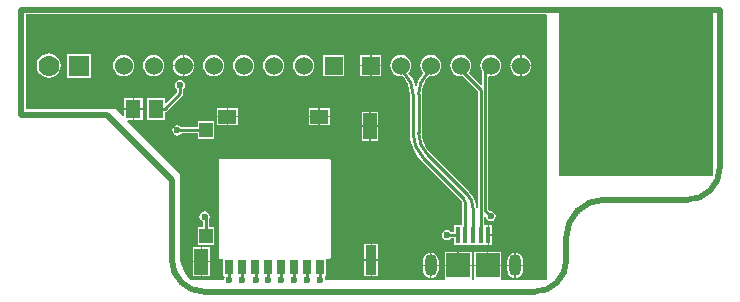
<source format=gtl>
G04*
G04 #@! TF.GenerationSoftware,Altium Limited,CircuitStudio,1.5.2 (30)*
G04*
G04 Layer_Physical_Order=1*
G04 Layer_Color=11767835*
%FSLAX44Y44*%
%MOMM*%
G71*
G01*
G75*
%ADD10C,0.2610*%
%ADD11R,0.4000X1.4000*%
%ADD12R,2.0000X2.0000*%
%ADD13R,1.5000X1.1500*%
%ADD14R,1.1500X2.2000*%
%ADD15R,1.1600X1.2000*%
%ADD16R,1.1600X1.2500*%
%ADD17R,0.9500X2.5000*%
%ADD18R,0.8000X1.2400*%
%ADD19R,1.3000X1.6000*%
%ADD20C,0.2540*%
%ADD21C,0.5000*%
%ADD22C,1.5240*%
%ADD23R,1.5240X1.5240*%
%ADD24R,13.0000X14.0000*%
%ADD25O,1.0500X1.8500*%
%ADD26R,1.7780X1.7780*%
%ADD27C,1.7780*%
%ADD28C,0.6000*%
G36*
X615240Y505397D02*
X615240Y281295D01*
X576189Y281287D01*
X576040Y282557D01*
Y293145D01*
X553440D01*
Y282552D01*
X553440Y282495D01*
X553303Y281282D01*
X551176Y281281D01*
X551040Y282551D01*
Y293145D01*
X528440D01*
Y282547D01*
X528440Y282495D01*
X528315Y281276D01*
X427296Y281255D01*
X427264Y281295D01*
X426932Y282961D01*
X426699Y283310D01*
X427378Y284580D01*
X427970D01*
Y299225D01*
X430293D01*
X431265Y299628D01*
X431667Y300600D01*
Y382418D01*
X431265Y383390D01*
X430293Y383793D01*
X338200D01*
X337228Y383390D01*
X336825Y382418D01*
Y300600D01*
X337228Y299628D01*
X338200Y299225D01*
X340430D01*
Y284580D01*
X341232D01*
X341911Y283310D01*
X341678Y282961D01*
X341346Y281295D01*
X341299Y281237D01*
X312711Y281231D01*
X309732Y284719D01*
X307336Y288629D01*
X305581Y292867D01*
X304510Y297327D01*
X304157Y301810D01*
X304240Y301899D01*
X304240D01*
X304240Y301899D01*
X304240Y371295D01*
X259713Y415822D01*
X260199Y416995D01*
X264090D01*
Y425645D01*
X256940D01*
Y420254D01*
X255767Y419768D01*
X249240Y426295D01*
X174240D01*
Y506295D01*
X614342D01*
X615240Y505397D01*
D02*
G37*
%LPC*%
G36*
X472200Y312150D02*
X466800D01*
Y299000D01*
X472200D01*
Y312150D01*
D02*
G37*
G36*
X325000Y339354D02*
X323334Y339022D01*
X321922Y338078D01*
X320978Y336666D01*
X320646Y335000D01*
X320978Y333334D01*
X321922Y331922D01*
X323334Y330978D01*
X323710Y330903D01*
Y325870D01*
X319230D01*
Y310830D01*
X333370D01*
Y325870D01*
X328890D01*
Y333136D01*
X329022Y333334D01*
X329354Y335000D01*
X329022Y336666D01*
X328078Y338078D01*
X326666Y339022D01*
X325000Y339354D01*
D02*
G37*
G36*
X568540Y318645D02*
X565890D01*
Y310995D01*
X568540D01*
Y318645D01*
D02*
G37*
G36*
X465500Y312150D02*
X460100D01*
Y299000D01*
X465500D01*
Y312150D01*
D02*
G37*
G36*
X588640Y304316D02*
Y294445D01*
X594596D01*
Y297795D01*
X594371Y299505D01*
X593711Y301098D01*
X592662Y302466D01*
X591293Y303516D01*
X589700Y304176D01*
X588640Y304316D01*
D02*
G37*
G36*
X321600Y309150D02*
X315200D01*
Y297500D01*
X321600D01*
Y309150D01*
D02*
G37*
G36*
X329300D02*
X322900D01*
Y297500D01*
X329300D01*
Y309150D01*
D02*
G37*
G36*
X565890Y327595D02*
Y319945D01*
X568540D01*
Y327595D01*
X565890D01*
D02*
G37*
G36*
X472200Y423950D02*
X465800D01*
Y412300D01*
X472200D01*
Y423950D01*
D02*
G37*
G36*
X343650Y418950D02*
X335500D01*
Y412550D01*
X343650D01*
Y418950D01*
D02*
G37*
G36*
X353100D02*
X344950D01*
Y412550D01*
X353100D01*
Y418950D01*
D02*
G37*
G36*
X464500Y423950D02*
X458100D01*
Y412300D01*
X464500D01*
Y423950D01*
D02*
G37*
G36*
Y411000D02*
X458100D01*
Y399350D01*
X464500D01*
Y411000D01*
D02*
G37*
G36*
X472200D02*
X465800D01*
Y399350D01*
X472200D01*
Y411000D01*
D02*
G37*
G36*
X333370Y415620D02*
X319230D01*
Y410940D01*
X305171D01*
X305079Y411078D01*
X303666Y412022D01*
X302000Y412354D01*
X300334Y412022D01*
X298922Y411078D01*
X297978Y409666D01*
X297646Y408000D01*
X297978Y406334D01*
X298922Y404921D01*
X300334Y403978D01*
X302000Y403646D01*
X303666Y403978D01*
X305079Y404921D01*
X305639Y405760D01*
X319230D01*
Y401080D01*
X333370D01*
Y415620D01*
D02*
G37*
G36*
X321600Y296200D02*
X315200D01*
Y284550D01*
X321600D01*
Y296200D01*
D02*
G37*
G36*
X329300D02*
X322900D01*
Y284550D01*
X329300D01*
Y296200D01*
D02*
G37*
G36*
X465500Y297700D02*
X460100D01*
Y284550D01*
X465500D01*
Y297700D01*
D02*
G37*
G36*
X594596Y293145D02*
X588640D01*
Y283274D01*
X589700Y283414D01*
X591293Y284074D01*
X592662Y285123D01*
X593711Y286492D01*
X594371Y288085D01*
X594596Y289795D01*
Y293145D01*
D02*
G37*
G36*
X515840D02*
X509883D01*
Y289795D01*
X510109Y288085D01*
X510769Y286492D01*
X511819Y285123D01*
X513187Y284074D01*
X514780Y283414D01*
X515840Y283274D01*
Y293145D01*
D02*
G37*
G36*
X523097D02*
X517140D01*
Y283274D01*
X518200Y283414D01*
X519793Y284074D01*
X521161Y285123D01*
X522211Y286492D01*
X522871Y288085D01*
X523097Y289795D01*
Y293145D01*
D02*
G37*
G36*
X587340D02*
X581384D01*
Y289795D01*
X581609Y288085D01*
X582269Y286492D01*
X583318Y285123D01*
X584687Y284074D01*
X586280Y283414D01*
X587340Y283274D01*
Y293145D01*
D02*
G37*
G36*
X472200Y297700D02*
X466800D01*
Y284550D01*
X472200D01*
Y297700D01*
D02*
G37*
G36*
X564090Y305095D02*
X553440D01*
Y294445D01*
X564090D01*
Y305095D01*
D02*
G37*
G36*
X576040D02*
X565390D01*
Y294445D01*
X576040D01*
Y305095D01*
D02*
G37*
G36*
X587340Y304316D02*
X586280Y304176D01*
X584687Y303516D01*
X583318Y302466D01*
X582269Y301098D01*
X581609Y299505D01*
X581384Y297795D01*
Y294445D01*
X587340D01*
Y304316D01*
D02*
G37*
G36*
X551040Y305095D02*
X540390D01*
Y294445D01*
X551040D01*
Y305095D01*
D02*
G37*
G36*
X515840Y304316D02*
X514780Y304176D01*
X513187Y303516D01*
X511819Y302466D01*
X510769Y301098D01*
X510109Y299505D01*
X509883Y297795D01*
Y294445D01*
X515840D01*
Y304316D01*
D02*
G37*
G36*
X517140D02*
Y294445D01*
X523097D01*
Y297795D01*
X522871Y299505D01*
X522211Y301098D01*
X521161Y302466D01*
X519793Y303516D01*
X518200Y304176D01*
X517140Y304316D01*
D02*
G37*
G36*
X539090Y305095D02*
X528440D01*
Y294445D01*
X539090D01*
Y305095D01*
D02*
G37*
G36*
X421450Y418950D02*
X413300D01*
Y412550D01*
X421450D01*
Y418950D01*
D02*
G37*
G36*
X306690Y462275D02*
X298429D01*
X298650Y460596D01*
X299548Y458427D01*
X300978Y456563D01*
X302841Y455133D01*
X305011Y454235D01*
X306690Y454014D01*
Y462275D01*
D02*
G37*
G36*
X592090Y462275D02*
X583829D01*
X584050Y460596D01*
X584948Y458427D01*
X586378Y456563D01*
X588242Y455133D01*
X590411Y454235D01*
X592090Y454014D01*
Y462275D01*
D02*
G37*
G36*
X601651D02*
X593390D01*
Y454014D01*
X595069Y454235D01*
X597239Y455133D01*
X599102Y456563D01*
X600532Y458427D01*
X601430Y460596D01*
X601651Y462275D01*
D02*
G37*
G36*
X474660D02*
X466390D01*
Y454005D01*
X474660D01*
Y462275D01*
D02*
G37*
G36*
X383540Y471892D02*
X381219Y471586D01*
X379057Y470690D01*
X377200Y469266D01*
X375775Y467408D01*
X374879Y465246D01*
X374573Y462925D01*
X374879Y460604D01*
X375775Y458442D01*
X377200Y456585D01*
X379057Y455160D01*
X381219Y454264D01*
X383540Y453958D01*
X385861Y454264D01*
X388023Y455160D01*
X389880Y456585D01*
X391305Y458442D01*
X392201Y460604D01*
X392507Y462925D01*
X392201Y465246D01*
X391305Y467408D01*
X389880Y469266D01*
X388023Y470690D01*
X385861Y471586D01*
X383540Y471892D01*
D02*
G37*
G36*
X408940D02*
X406619Y471586D01*
X404457Y470690D01*
X402600Y469266D01*
X401175Y467408D01*
X400279Y465246D01*
X399973Y462925D01*
X400279Y460604D01*
X401175Y458442D01*
X402600Y456585D01*
X404457Y455160D01*
X406619Y454264D01*
X408940Y453958D01*
X411261Y454264D01*
X413423Y455160D01*
X415280Y456585D01*
X416705Y458442D01*
X417601Y460604D01*
X417907Y462925D01*
X417601Y465246D01*
X416705Y467408D01*
X415280Y469266D01*
X413423Y470690D01*
X411261Y471586D01*
X408940Y471892D01*
D02*
G37*
G36*
X465090Y462275D02*
X456820D01*
Y454005D01*
X465090D01*
Y462275D01*
D02*
G37*
G36*
X316251Y462275D02*
X307990D01*
Y454014D01*
X309669Y454235D01*
X311838Y455133D01*
X313702Y456563D01*
X315132Y458427D01*
X316030Y460596D01*
X316251Y462275D01*
D02*
G37*
G36*
X593390Y471836D02*
Y463575D01*
X601651D01*
X601430Y465254D01*
X600532Y467424D01*
X599102Y469287D01*
X597239Y470717D01*
X595069Y471615D01*
X593390Y471836D01*
D02*
G37*
G36*
X306690D02*
X305011Y471615D01*
X302841Y470717D01*
X300978Y469287D01*
X299548Y467424D01*
X298650Y465254D01*
X298429Y463575D01*
X306690D01*
Y471836D01*
D02*
G37*
G36*
X307990D02*
Y463575D01*
X316251D01*
X316030Y465254D01*
X315132Y467424D01*
X313702Y469287D01*
X311838Y470717D01*
X309669Y471615D01*
X307990Y471836D01*
D02*
G37*
G36*
X592090D02*
X590411Y471615D01*
X588242Y470717D01*
X586378Y469287D01*
X584948Y467424D01*
X584050Y465254D01*
X583829Y463575D01*
X592090D01*
Y471836D01*
D02*
G37*
G36*
X443230Y471815D02*
X425450D01*
Y454035D01*
X443230D01*
Y471815D01*
D02*
G37*
G36*
X465090Y471845D02*
X456820D01*
Y463575D01*
X465090D01*
Y471845D01*
D02*
G37*
G36*
X474660D02*
X466390D01*
Y463575D01*
X474660D01*
Y471845D01*
D02*
G37*
G36*
X358140Y471892D02*
X355819Y471586D01*
X353657Y470690D01*
X351800Y469266D01*
X350375Y467408D01*
X349479Y465246D01*
X349173Y462925D01*
X349479Y460604D01*
X350375Y458442D01*
X351800Y456585D01*
X353657Y455160D01*
X355819Y454264D01*
X358140Y453958D01*
X360461Y454264D01*
X362623Y455160D01*
X364480Y456585D01*
X365905Y458442D01*
X366801Y460604D01*
X367107Y462925D01*
X366801Y465246D01*
X365905Y467408D01*
X364480Y469266D01*
X362623Y470690D01*
X360461Y471586D01*
X358140Y471892D01*
D02*
G37*
G36*
X353100Y426650D02*
X344950D01*
Y420250D01*
X353100D01*
Y426650D01*
D02*
G37*
G36*
X430900D02*
X422750D01*
Y420250D01*
X430900D01*
Y426650D01*
D02*
G37*
G36*
X264090Y435595D02*
X256940D01*
Y426945D01*
X264090D01*
Y435595D01*
D02*
G37*
G36*
X421450Y426650D02*
X413300D01*
Y420250D01*
X421450D01*
Y426650D01*
D02*
G37*
G36*
X430900Y418950D02*
X422750D01*
Y412550D01*
X430900D01*
Y418950D01*
D02*
G37*
G36*
X272540Y425645D02*
X265390D01*
Y416995D01*
X272540D01*
Y425645D01*
D02*
G37*
G36*
X343650Y426650D02*
X335500D01*
Y420250D01*
X343650D01*
Y426650D01*
D02*
G37*
G36*
X272540Y435595D02*
X265390D01*
Y426945D01*
X272540D01*
Y435595D01*
D02*
G37*
G36*
X256540Y471892D02*
X254219Y471586D01*
X252057Y470690D01*
X250200Y469266D01*
X248775Y467408D01*
X247879Y465246D01*
X247573Y462925D01*
X247879Y460604D01*
X248775Y458442D01*
X250200Y456585D01*
X252057Y455160D01*
X254219Y454264D01*
X256540Y453958D01*
X258861Y454264D01*
X261023Y455160D01*
X262880Y456585D01*
X264305Y458442D01*
X265201Y460604D01*
X265507Y462925D01*
X265201Y465246D01*
X264305Y467408D01*
X262880Y469266D01*
X261023Y470690D01*
X258861Y471586D01*
X256540Y471892D01*
D02*
G37*
G36*
X281940D02*
X279619Y471586D01*
X277457Y470690D01*
X275600Y469266D01*
X274175Y467408D01*
X273279Y465246D01*
X272973Y462925D01*
X273279Y460604D01*
X274175Y458442D01*
X275600Y456585D01*
X277457Y455160D01*
X279619Y454264D01*
X281940Y453958D01*
X284261Y454264D01*
X286423Y455160D01*
X288280Y456585D01*
X289705Y458442D01*
X290601Y460604D01*
X290907Y462925D01*
X290601Y465246D01*
X289705Y467408D01*
X288280Y469266D01*
X286423Y470690D01*
X284261Y471586D01*
X281940Y471892D01*
D02*
G37*
G36*
X332740D02*
X330419Y471586D01*
X328257Y470690D01*
X326400Y469266D01*
X324975Y467408D01*
X324079Y465246D01*
X323773Y462925D01*
X324079Y460604D01*
X324975Y458442D01*
X326400Y456585D01*
X328257Y455160D01*
X330419Y454264D01*
X332740Y453958D01*
X335061Y454264D01*
X337223Y455160D01*
X339080Y456585D01*
X340505Y458442D01*
X341401Y460604D01*
X341707Y462925D01*
X341401Y465246D01*
X340505Y467408D01*
X339080Y469266D01*
X337223Y470690D01*
X335061Y471586D01*
X332740Y471892D01*
D02*
G37*
G36*
X228600Y473085D02*
X208280D01*
Y452765D01*
X228600D01*
Y473085D01*
D02*
G37*
G36*
X304240Y450649D02*
X302574Y450317D01*
X301161Y449373D01*
X300218Y447961D01*
X299886Y446295D01*
X300218Y444629D01*
X301161Y443216D01*
X301650Y442890D01*
Y440368D01*
X292683Y431401D01*
X291510Y431887D01*
Y435565D01*
X275970D01*
Y417025D01*
X291510D01*
Y423759D01*
X292231Y423902D01*
X293071Y424464D01*
X306071Y437464D01*
X306633Y438304D01*
X306830Y439295D01*
Y442890D01*
X307318Y443216D01*
X308262Y444629D01*
X308594Y446295D01*
X308262Y447961D01*
X307318Y449373D01*
X305906Y450317D01*
X304240Y450649D01*
D02*
G37*
G36*
X567340Y471892D02*
X565019Y471586D01*
X562857Y470690D01*
X561000Y469266D01*
X559575Y467408D01*
X558679Y465246D01*
X558373Y462925D01*
X558679Y460604D01*
X559575Y458442D01*
X559960Y457939D01*
Y446681D01*
X558787Y446195D01*
X548331Y456651D01*
X549705Y458442D01*
X550601Y460604D01*
X550907Y462925D01*
X550601Y465246D01*
X549705Y467408D01*
X548280Y469266D01*
X546423Y470690D01*
X544261Y471586D01*
X541940Y471892D01*
X539619Y471586D01*
X537457Y470690D01*
X535600Y469266D01*
X534175Y467408D01*
X533279Y465246D01*
X532973Y462925D01*
X533279Y460604D01*
X534175Y458442D01*
X535600Y456585D01*
X537457Y455160D01*
X539619Y454264D01*
X541940Y453958D01*
X543494Y454163D01*
X556150Y441507D01*
Y343522D01*
Y343118D01*
X555572Y342560D01*
X555468Y342555D01*
X555115Y342538D01*
X554801Y343327D01*
X554788Y343459D01*
X554786Y343488D01*
X554531Y346075D01*
X553407Y349779D01*
X551583Y353191D01*
X549128Y356183D01*
X549096Y356151D01*
X549096Y356152D01*
X515456Y389792D01*
X515361Y389855D01*
X512596Y393225D01*
X510488Y397168D01*
X509190Y401446D01*
X508763Y405784D01*
X508785Y405896D01*
Y438479D01*
X508763Y438591D01*
X509190Y442928D01*
X510488Y447207D01*
X512596Y451150D01*
X515060Y454153D01*
X516540Y453958D01*
X518861Y454264D01*
X521023Y455160D01*
X522880Y456585D01*
X524305Y458442D01*
X525201Y460604D01*
X525507Y462925D01*
X525201Y465246D01*
X524305Y467408D01*
X522880Y469266D01*
X521023Y470690D01*
X518861Y471586D01*
X516540Y471892D01*
X514219Y471586D01*
X512057Y470690D01*
X510200Y469266D01*
X508775Y467408D01*
X507879Y465246D01*
X507573Y462925D01*
X507879Y460604D01*
X508775Y458442D01*
X510200Y456585D01*
X510203Y456548D01*
X508858Y454973D01*
X506557Y451218D01*
X504872Y447150D01*
X504493Y445572D01*
X503187D01*
X502808Y447150D01*
X501123Y451218D01*
X498822Y454973D01*
X497477Y456548D01*
X497480Y456585D01*
X498905Y458442D01*
X499801Y460604D01*
X500107Y462925D01*
X499801Y465246D01*
X498905Y467408D01*
X497480Y469266D01*
X495623Y470690D01*
X493461Y471586D01*
X491140Y471892D01*
X488819Y471586D01*
X486657Y470690D01*
X484800Y469266D01*
X483375Y467408D01*
X482479Y465246D01*
X482173Y462925D01*
X482479Y460604D01*
X483375Y458442D01*
X484800Y456585D01*
X486657Y455160D01*
X488819Y454264D01*
X491140Y453958D01*
X492620Y454153D01*
X495084Y451150D01*
X497192Y447207D01*
X498490Y442928D01*
X498917Y438591D01*
X498895Y438479D01*
Y405896D01*
X498844D01*
X499247Y400778D01*
X500445Y395786D01*
X502410Y391043D01*
X505092Y386666D01*
X508426Y382762D01*
X508426Y382762D01*
X508426Y382762D01*
X508498Y382762D01*
X542103Y349157D01*
X542103Y349157D01*
X542095Y349150D01*
X542842Y348033D01*
X543104Y346714D01*
X543115D01*
Y327565D01*
X535970D01*
Y321885D01*
X533645D01*
X533318Y322373D01*
X531906Y323317D01*
X530240Y323649D01*
X528574Y323317D01*
X527161Y322373D01*
X526218Y320961D01*
X525886Y319295D01*
X526218Y317629D01*
X527161Y316216D01*
X528574Y315273D01*
X530240Y314941D01*
X531906Y315273D01*
X533318Y316216D01*
X533645Y316705D01*
X535970D01*
Y311025D01*
X561940D01*
Y310995D01*
X564590D01*
Y319295D01*
Y327595D01*
X561940D01*
X561330Y328612D01*
Y334804D01*
X562600Y335485D01*
X562773Y335370D01*
X562912Y335164D01*
X563218Y333629D01*
X564161Y332216D01*
X565574Y331273D01*
X567240Y330941D01*
X568906Y331273D01*
X570318Y332216D01*
X571262Y333629D01*
X571594Y335295D01*
X571262Y336961D01*
X570318Y338373D01*
X568906Y339317D01*
X567240Y339649D01*
X566664Y339534D01*
X565140Y341058D01*
Y453285D01*
X566095Y454122D01*
X567340Y453958D01*
X569661Y454264D01*
X571823Y455160D01*
X573680Y456585D01*
X575105Y458442D01*
X576001Y460604D01*
X576307Y462925D01*
X576001Y465246D01*
X575105Y467408D01*
X573680Y469266D01*
X571823Y470690D01*
X569661Y471586D01*
X567340Y471892D01*
D02*
G37*
G36*
X193040Y473173D02*
X190388Y472823D01*
X187916Y471800D01*
X185794Y470171D01*
X184165Y468049D01*
X183141Y465577D01*
X182792Y462925D01*
X183141Y460273D01*
X184165Y457801D01*
X185794Y455679D01*
X187916Y454050D01*
X190388Y453027D01*
X193040Y452677D01*
X195692Y453027D01*
X198164Y454050D01*
X200286Y455679D01*
X201915Y457801D01*
X202938Y460273D01*
X203288Y462925D01*
X202938Y465577D01*
X201915Y468049D01*
X200286Y470171D01*
X198164Y471800D01*
X195692Y472823D01*
X193040Y473173D01*
D02*
G37*
%LPD*%
D10*
X552240Y342224D02*
G03*
X547240Y354295I-17071J0D01*
G01*
X513600Y456439D02*
G03*
X506160Y438479I17960J-17960D01*
G01*
Y405896D02*
G03*
X513600Y387935I25400J0D01*
G01*
X545740Y346714D02*
G03*
X543959Y351014I-6081J0D01*
G01*
X501520Y438479D02*
G03*
X494081Y456439I-25400J0D01*
G01*
X501520Y405896D02*
G03*
X510318Y384655I30040J0D01*
G01*
X513600Y456439D02*
X516540Y459380D01*
X506160Y405896D02*
Y438479D01*
X513600Y387935D02*
X547240Y354295D01*
X552240Y319295D02*
Y342224D01*
X510318Y384655D02*
X543959Y351014D01*
X491140Y459380D02*
X494081Y456439D01*
X501520Y405896D02*
Y438479D01*
X545740Y319295D02*
Y346714D01*
D11*
X539240Y319295D02*
D03*
X545740D02*
D03*
X552240D02*
D03*
X558740D02*
D03*
X565240D02*
D03*
D12*
X539740Y293795D02*
D03*
X564740D02*
D03*
D13*
X344300Y419600D02*
D03*
X422100D02*
D03*
D14*
X465150Y411650D02*
D03*
X322250Y296850D02*
D03*
D15*
X326300Y408350D02*
D03*
D16*
Y318350D02*
D03*
D17*
X466150Y298350D02*
D03*
D18*
X345700Y292050D02*
D03*
X356700D02*
D03*
X367700D02*
D03*
X378700D02*
D03*
X389700D02*
D03*
X400700D02*
D03*
X411700D02*
D03*
X422700D02*
D03*
D19*
X283740Y426295D02*
D03*
X264740D02*
D03*
D20*
X562550Y339985D02*
Y458135D01*
X567340Y462925D01*
X562550Y339985D02*
X567240Y335295D01*
X558740Y319295D02*
Y442580D01*
X541940Y459380D02*
X558740Y442580D01*
X558700Y316335D02*
X558740Y316295D01*
X530240Y319295D02*
X539240D01*
X422700Y282400D02*
Y292050D01*
X400700Y280670D02*
Y292050D01*
X378700Y282400D02*
Y292050D01*
X356700Y280840D02*
Y292050D01*
X345700Y281295D02*
Y292050D01*
X389700Y281295D02*
Y292050D01*
X326300Y318350D02*
Y333700D01*
X325000Y335000D02*
X326300Y333700D01*
X302350Y408350D02*
X326300D01*
X302000Y408000D02*
X302350Y408350D01*
X411700Y281295D02*
Y292050D01*
X368240Y281295D02*
Y291510D01*
X367700Y292050D02*
X368240Y291510D01*
X283740Y426295D02*
X291240D01*
X304240Y439295D01*
Y446295D01*
D21*
X297169Y298995D02*
G03*
X324869Y271295I27700J0D01*
G01*
X604286D02*
G03*
X631240Y298249I0J26955D01*
G01*
X734015Y349295D02*
G03*
X761240Y376520I0J27225D01*
G01*
X662940Y349295D02*
G03*
X641260Y340315I0J-30661D01*
G01*
X640220Y339275D02*
G03*
X631240Y317595I21680J-21680D01*
G01*
Y298249D02*
Y317595D01*
X324869Y271295D02*
X604286D01*
X761240Y376520D02*
Y393995D01*
X614240Y510000D02*
X761240D01*
Y393995D02*
Y510000D01*
X662940Y349295D02*
X734015D01*
X640220Y339275D02*
X641260Y340315D01*
X169240Y510000D02*
X614240D01*
X169240Y421295D02*
Y510000D01*
X297169Y298995D02*
Y366295D01*
X242169Y421295D02*
X297169Y366295D01*
X169240Y421295D02*
X242169D01*
D22*
X307340Y462925D02*
D03*
X332740D02*
D03*
X358140D02*
D03*
X383540D02*
D03*
X408940D02*
D03*
X281940D02*
D03*
X256540D02*
D03*
X491140D02*
D03*
X516540D02*
D03*
X541940D02*
D03*
X567340D02*
D03*
X592740D02*
D03*
D23*
X434340D02*
D03*
X465740D02*
D03*
D24*
X690240Y438545D02*
D03*
D25*
X516490Y293795D02*
D03*
X587990D02*
D03*
D26*
X218440Y462925D02*
D03*
D27*
X193040Y462925D02*
D03*
D28*
X567240Y335295D02*
D03*
X530240Y319295D02*
D03*
X422910Y281295D02*
D03*
X411480D02*
D03*
X400700D02*
D03*
X378940D02*
D03*
X356870D02*
D03*
X325000Y335000D02*
D03*
X302000Y408000D02*
D03*
X389700Y281295D02*
D03*
X368240D02*
D03*
X345700D02*
D03*
X304240Y446295D02*
D03*
M02*

</source>
